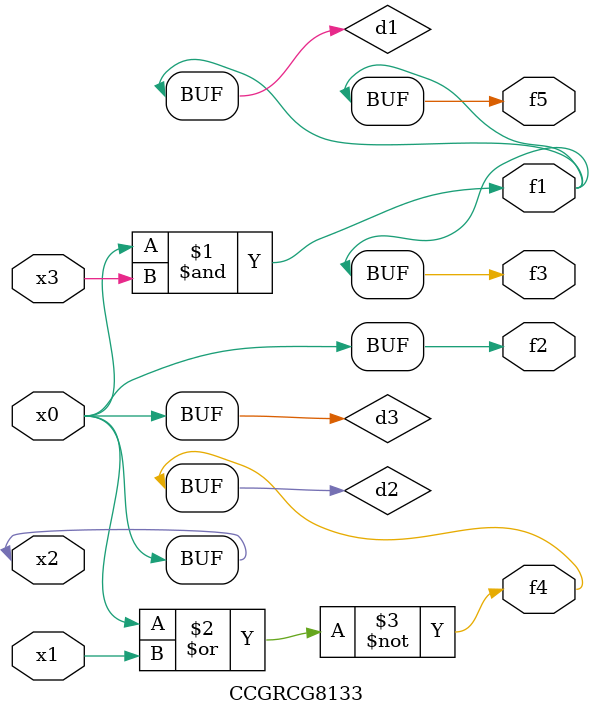
<source format=v>
module CCGRCG8133(
	input x0, x1, x2, x3,
	output f1, f2, f3, f4, f5
);

	wire d1, d2, d3;

	and (d1, x2, x3);
	nor (d2, x0, x1);
	buf (d3, x0, x2);
	assign f1 = d1;
	assign f2 = d3;
	assign f3 = d1;
	assign f4 = d2;
	assign f5 = d1;
endmodule

</source>
